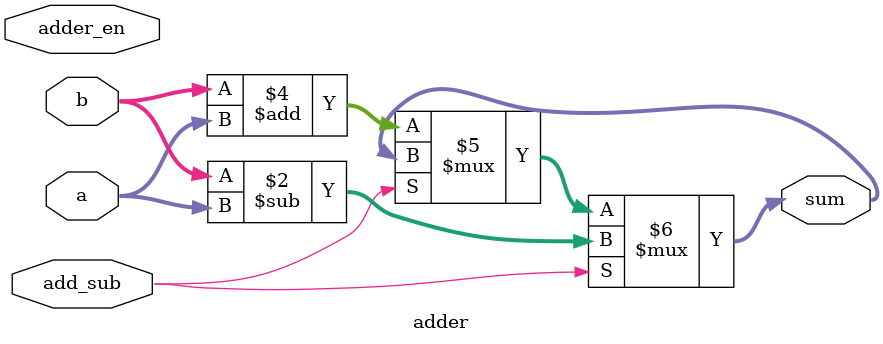
<source format=v>
module adder(
	input [39:0] a,
    input [39:0] b,
    input add_sub,
	input adder_en,
    output [39:0] sum
    );

		assign sum = (add_sub == 1'b1) ? (b - a) : 
						 (add_sub == 1'b0) ? (b + a) :
						 	sum;	

endmodule
</source>
